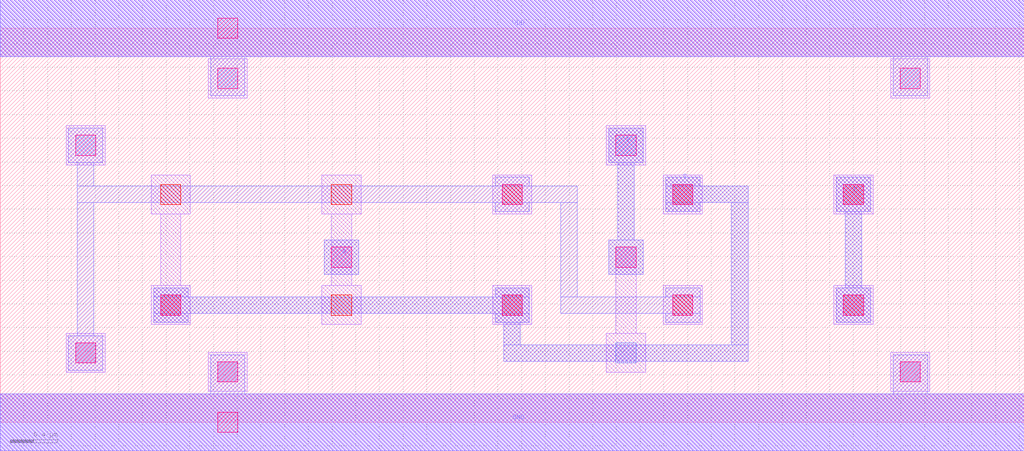
<source format=lef>
MACRO MUX2X1
 CLASS CORE ;
 FOREIGN MUX2X1 0 0 ;
 SIZE 8.64 BY 3.33 ;
 ORIGIN 0 0 ;
 SYMMETRY X Y R90 ;
 SITE unit ;
  PIN VDD
   DIRECTION INOUT ;
   USE POWER ;
   SHAPE ABUTMENT ;
    PORT
     CLASS CORE ;
       LAYER li1 ;
        RECT 0.00000000 3.09000000 8.64000000 3.57000000 ;
       LAYER met1 ;
        RECT 0.00000000 3.09000000 8.64000000 3.57000000 ;
    END
  END VDD

  PIN GND
   DIRECTION INOUT ;
   USE POWER ;
   SHAPE ABUTMENT ;
    PORT
     CLASS CORE ;
       LAYER li1 ;
        RECT 0.00000000 -0.24000000 8.64000000 0.24000000 ;
       LAYER met1 ;
        RECT 0.00000000 -0.24000000 8.64000000 0.24000000 ;
    END
  END GND

  PIN Y
   DIRECTION INOUT ;
   USE SIGNAL ;
   SHAPE ABUTMENT ;
    PORT
     CLASS CORE ;
       LAYER met1 ;
        RECT 5.13500000 1.25000000 5.42500000 1.54000000 ;
        RECT 5.21000000 1.54000000 5.35000000 2.19500000 ;
        RECT 5.13500000 2.19500000 5.42500000 2.48500000 ;
    END
  END Y

  PIN S
   DIRECTION INOUT ;
   USE SIGNAL ;
   SHAPE ABUTMENT ;
    PORT
     CLASS CORE ;
       LAYER met1 ;
        RECT 4.25000000 0.51500000 6.31000000 0.65500000 ;
        RECT 4.25000000 0.65500000 4.39000000 0.84500000 ;
        RECT 1.29500000 0.84500000 1.58500000 0.92000000 ;
        RECT 4.17500000 0.84500000 4.46500000 0.92000000 ;
        RECT 1.29500000 0.92000000 4.46500000 1.06000000 ;
        RECT 1.29500000 1.06000000 1.58500000 1.13500000 ;
        RECT 4.17500000 1.06000000 4.46500000 1.13500000 ;
        RECT 5.61500000 1.78000000 5.90500000 1.85500000 ;
        RECT 6.17000000 0.65500000 6.31000000 1.85500000 ;
        RECT 5.61500000 1.85500000 6.31000000 1.99500000 ;
        RECT 5.61500000 1.99500000 5.90500000 2.07000000 ;
    END
  END S

  PIN A
   DIRECTION INOUT ;
   USE SIGNAL ;
   SHAPE ABUTMENT ;
    PORT
     CLASS CORE ;
       LAYER met1 ;
        RECT 2.73500000 1.25000000 3.02500000 1.54000000 ;
    END
  END A

  PIN B
   DIRECTION INOUT ;
   USE SIGNAL ;
   SHAPE ABUTMENT ;
    PORT
     CLASS CORE ;
       LAYER met1 ;
        RECT 7.05500000 0.84500000 7.34500000 1.13500000 ;
        RECT 7.13000000 1.13500000 7.27000000 1.78000000 ;
        RECT 7.05500000 1.78000000 7.34500000 2.07000000 ;
    END
  END B

 OBS
    LAYER polycont ;
     RECT 1.35500000 0.90500000 1.52500000 1.07500000 ;
     RECT 2.79500000 0.90500000 2.96500000 1.07500000 ;
     RECT 4.23500000 0.90500000 4.40500000 1.07500000 ;
     RECT 5.67500000 0.90500000 5.84500000 1.07500000 ;
     RECT 7.11500000 0.90500000 7.28500000 1.07500000 ;
     RECT 1.35500000 1.84000000 1.52500000 2.01000000 ;
     RECT 2.79500000 1.84000000 2.96500000 2.01000000 ;
     RECT 4.23500000 1.84000000 4.40500000 2.01000000 ;
     RECT 5.67500000 1.84000000 5.84500000 2.01000000 ;
     RECT 7.11500000 1.84000000 7.28500000 2.01000000 ;

    LAYER pdiffc ;
     RECT 0.63500000 2.25500000 0.80500000 2.42500000 ;
     RECT 5.19500000 2.25500000 5.36500000 2.42500000 ;
     RECT 1.83500000 2.82000000 2.00500000 2.99000000 ;
     RECT 7.59500000 2.82000000 7.76500000 2.99000000 ;

    LAYER ndiffc ;
     RECT 1.83500000 0.34000000 2.00500000 0.51000000 ;
     RECT 7.59500000 0.34000000 7.76500000 0.51000000 ;
     RECT 0.63500000 0.50000000 0.80500000 0.67000000 ;
     RECT 5.19500000 0.50000000 5.36500000 0.67000000 ;

    LAYER li1 ;
     RECT 0.00000000 -0.24000000 8.64000000 0.24000000 ;
     RECT 1.75500000 0.26000000 2.08500000 0.59000000 ;
     RECT 7.51500000 0.26000000 7.84500000 0.59000000 ;
     RECT 0.55500000 0.42000000 0.88500000 0.75000000 ;
     RECT 4.15500000 0.82500000 4.48500000 1.15500000 ;
     RECT 5.59500000 0.82500000 5.92500000 1.15500000 ;
     RECT 7.03500000 0.82500000 7.36500000 1.15500000 ;
     RECT 5.11500000 0.42000000 5.44500000 0.75000000 ;
     RECT 5.19500000 0.75000000 5.36500000 1.48000000 ;
     RECT 1.27500000 0.82500000 1.60500000 1.15500000 ;
     RECT 1.35500000 1.15500000 1.52500000 1.76000000 ;
     RECT 1.27500000 1.76000000 1.60500000 2.09000000 ;
     RECT 2.71500000 0.82500000 3.04500000 1.15500000 ;
     RECT 2.79500000 1.15500000 2.96500000 1.76000000 ;
     RECT 2.71500000 1.76000000 3.04500000 2.09000000 ;
     RECT 4.15500000 1.76000000 4.48500000 2.09000000 ;
     RECT 5.59500000 1.76000000 5.92500000 2.09000000 ;
     RECT 7.03500000 1.76000000 7.36500000 2.09000000 ;
     RECT 0.55500000 2.17500000 0.88500000 2.50500000 ;
     RECT 5.11500000 2.17500000 5.44500000 2.50500000 ;
     RECT 1.75500000 2.74000000 2.08500000 3.07000000 ;
     RECT 7.51500000 2.74000000 7.84500000 3.07000000 ;
     RECT 0.00000000 3.09000000 8.64000000 3.57000000 ;

    LAYER viali ;
     RECT 1.83500000 -0.08500000 2.00500000 0.08500000 ;
     RECT 1.83500000 0.34000000 2.00500000 0.51000000 ;
     RECT 7.59500000 0.34000000 7.76500000 0.51000000 ;
     RECT 0.63500000 0.50000000 0.80500000 0.67000000 ;
     RECT 1.35500000 0.90500000 1.52500000 1.07500000 ;
     RECT 4.23500000 0.90500000 4.40500000 1.07500000 ;
     RECT 5.67500000 0.90500000 5.84500000 1.07500000 ;
     RECT 7.11500000 0.90500000 7.28500000 1.07500000 ;
     RECT 2.79500000 1.31000000 2.96500000 1.48000000 ;
     RECT 5.19500000 1.31000000 5.36500000 1.48000000 ;
     RECT 4.23500000 1.84000000 4.40500000 2.01000000 ;
     RECT 5.67500000 1.84000000 5.84500000 2.01000000 ;
     RECT 7.11500000 1.84000000 7.28500000 2.01000000 ;
     RECT 0.63500000 2.25500000 0.80500000 2.42500000 ;
     RECT 5.19500000 2.25500000 5.36500000 2.42500000 ;
     RECT 1.83500000 2.82000000 2.00500000 2.99000000 ;
     RECT 7.59500000 2.82000000 7.76500000 2.99000000 ;
     RECT 1.83500000 3.24500000 2.00500000 3.41500000 ;

    LAYER met1 ;
     RECT 0.00000000 -0.24000000 8.64000000 0.24000000 ;
     RECT 1.77500000 0.24000000 2.06500000 0.57000000 ;
     RECT 7.53500000 0.24000000 7.82500000 0.57000000 ;
     RECT 2.73500000 1.25000000 3.02500000 1.54000000 ;
     RECT 4.25000000 0.51500000 6.31000000 0.65500000 ;
     RECT 4.25000000 0.65500000 4.39000000 0.84500000 ;
     RECT 1.29500000 0.84500000 1.58500000 0.92000000 ;
     RECT 4.17500000 0.84500000 4.46500000 0.92000000 ;
     RECT 1.29500000 0.92000000 4.46500000 1.06000000 ;
     RECT 1.29500000 1.06000000 1.58500000 1.13500000 ;
     RECT 4.17500000 1.06000000 4.46500000 1.13500000 ;
     RECT 5.61500000 1.78000000 5.90500000 1.85500000 ;
     RECT 6.17000000 0.65500000 6.31000000 1.85500000 ;
     RECT 5.61500000 1.85500000 6.31000000 1.99500000 ;
     RECT 5.61500000 1.99500000 5.90500000 2.07000000 ;
     RECT 7.05500000 0.84500000 7.34500000 1.13500000 ;
     RECT 7.13000000 1.13500000 7.27000000 1.78000000 ;
     RECT 7.05500000 1.78000000 7.34500000 2.07000000 ;
     RECT 0.57500000 0.44000000 0.86500000 0.73000000 ;
     RECT 5.61500000 0.84500000 5.90500000 0.92000000 ;
     RECT 4.73000000 0.92000000 5.90500000 1.06000000 ;
     RECT 5.61500000 1.06000000 5.90500000 1.13500000 ;
     RECT 0.65000000 0.73000000 0.79000000 1.85500000 ;
     RECT 4.17500000 1.78000000 4.46500000 1.85500000 ;
     RECT 4.73000000 1.06000000 4.87000000 1.85500000 ;
     RECT 0.65000000 1.85500000 4.87000000 1.99500000 ;
     RECT 4.17500000 1.99500000 4.46500000 2.07000000 ;
     RECT 0.65000000 1.99500000 0.79000000 2.19500000 ;
     RECT 0.57500000 2.19500000 0.86500000 2.48500000 ;
     RECT 5.13500000 1.25000000 5.42500000 1.54000000 ;
     RECT 5.21000000 1.54000000 5.35000000 2.19500000 ;
     RECT 5.13500000 2.19500000 5.42500000 2.48500000 ;
     RECT 1.77500000 2.76000000 2.06500000 3.09000000 ;
     RECT 7.53500000 2.76000000 7.82500000 3.09000000 ;
     RECT 0.00000000 3.09000000 8.64000000 3.57000000 ;

 END
END MUX2X1

</source>
